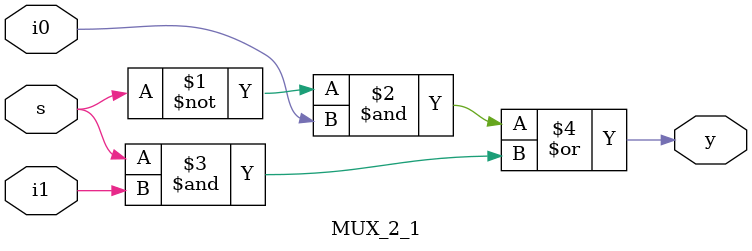
<source format=v>
module MUX_2_1(input i0,i1,s ,output y);

assign y = (~s & i0) | (s & i1);

endmodule

</source>
